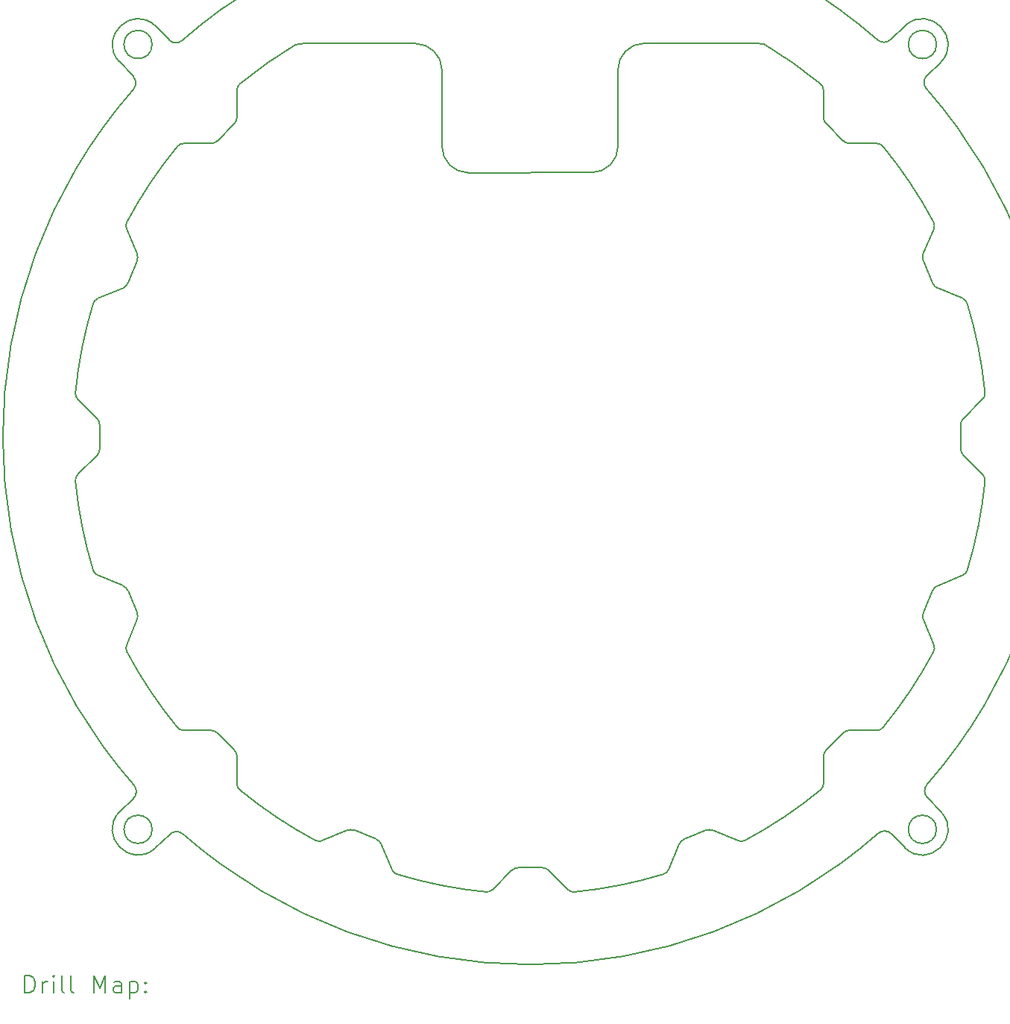
<source format=gbr>
%TF.GenerationSoftware,KiCad,Pcbnew,7.0.9*%
%TF.CreationDate,2024-06-22T14:18:42+09:00*%
%TF.ProjectId,Center_Line,43656e74-6572-45f4-9c69-6e652e6b6963,rev?*%
%TF.SameCoordinates,PX914aa10PY60e6338*%
%TF.FileFunction,Drillmap*%
%TF.FilePolarity,Positive*%
%FSLAX45Y45*%
G04 Gerber Fmt 4.5, Leading zero omitted, Abs format (unit mm)*
G04 Created by KiCad (PCBNEW 7.0.9) date 2024-06-22 14:18:42*
%MOMM*%
%LPD*%
G01*
G04 APERTURE LIST*
%ADD10C,0.200000*%
G04 APERTURE END LIST*
D10*
X4615702Y-4456314D02*
G75*
G03*
X4615702Y-4456314I-160000J0D01*
G01*
X4615702Y4453231D02*
G75*
G03*
X4615702Y4453231I-160000J0D01*
G01*
X-4293844Y-4456314D02*
G75*
G03*
X-4293844Y-4456314I-160000J0D01*
G01*
X-4293844Y4453231D02*
G75*
G03*
X-4293844Y4453231I-160000J0D01*
G01*
X3332008Y3936267D02*
G75*
G03*
X3299204Y4005637I-90000J-119D01*
G01*
X3332426Y3618865D02*
X3332008Y3936267D01*
X3332426Y3618865D02*
G75*
G03*
X3364226Y3550665I109582J9582D01*
G01*
X3553135Y3361756D02*
X3364226Y3550665D01*
X3553135Y3361756D02*
G75*
G03*
X3630917Y3329538I77781J77781D01*
G01*
X3938619Y3329538D02*
X3630917Y3329538D01*
X4008107Y3296734D02*
G75*
G03*
X3938619Y3329538I-69489J-57196D01*
G01*
X4581618Y2438414D02*
G75*
G03*
X4008107Y3296734I-4580690J-2439955D01*
G01*
X4585379Y2361770D02*
G75*
G03*
X4581619Y2438414I-83195J34332D01*
G01*
X4464301Y2068369D02*
X4585379Y2361770D01*
X4464301Y2068369D02*
G75*
G03*
X4467581Y1993191I104907J-33083D01*
G01*
X4569818Y1746370D02*
X4467581Y1993191D01*
X4569818Y1746370D02*
G75*
G03*
X4629350Y1686838I101627J42095D01*
G01*
X4913629Y1569086D02*
X4629350Y1686838D01*
X4965274Y1512186D02*
G75*
G03*
X4913629Y1569086I-86086J-26249D01*
G01*
X5166665Y499729D02*
G75*
G03*
X4965274Y1512186I-5165728J-501269D01*
G01*
X5140809Y427481D02*
G75*
G03*
X5166665Y499729I-63723J63556D01*
G01*
X4916667Y202748D02*
X5140809Y427481D01*
X4916667Y202748D02*
G75*
G03*
X4890929Y132037I84261J-70711D01*
G01*
X4890929Y-135120D02*
X4890929Y132037D01*
X4890929Y-135120D02*
G75*
G03*
X4923147Y-212902I110000J0D01*
G01*
X5140725Y-430480D02*
X4923147Y-212902D01*
X5166665Y-502812D02*
G75*
G03*
X5140725Y-430480I-89579J8693D01*
G01*
X4965274Y-1515269D02*
G75*
G03*
X5166665Y-502812I-4964338J1513726D01*
G01*
X4913739Y-1572123D02*
G75*
G03*
X4965274Y-1515269I-34552J83104D01*
G01*
X4620657Y-1693974D02*
X4913739Y-1572124D01*
X4620657Y-1693974D02*
G75*
G03*
X4569818Y-1749453I50787J-97573D01*
G01*
X4467581Y-1996274D02*
X4569818Y-1749453D01*
X4467582Y-1996274D02*
G75*
G03*
X4467582Y-2080464I101626J-42095D01*
G01*
X4585334Y-2364744D02*
X4467581Y-2080464D01*
X4581619Y-2441497D02*
G75*
G03*
X4585334Y-2364744I-79434J42311D01*
G01*
X4008107Y-3299817D02*
G75*
G03*
X4581619Y-2441497I-4007179J3298275D01*
G01*
X3938737Y-3332621D02*
G75*
G03*
X4008107Y-3299816I-119J90000D01*
G01*
X3621335Y-3333039D02*
X3938737Y-3332621D01*
X3621335Y-3333039D02*
G75*
G03*
X3553135Y-3364839I9582J-109582D01*
G01*
X3364226Y-3553748D02*
X3553135Y-3364839D01*
X3364226Y-3553748D02*
G75*
G03*
X3332008Y-3631530I77781J-77781D01*
G01*
X3332008Y-3939232D02*
X3332008Y-3631530D01*
X3299204Y-4008720D02*
G75*
G03*
X3332008Y-3939232I-57196J69489D01*
G01*
X2440884Y-4582231D02*
G75*
G03*
X3299204Y-4008720I-2439955J4580690D01*
G01*
X2364241Y-4585992D02*
G75*
G03*
X2440884Y-4582231I34332J83195D01*
G01*
X2070839Y-4464914D02*
X2364241Y-4585992D01*
X2070839Y-4464914D02*
G75*
G03*
X1995661Y-4468194I-33083J-104907D01*
G01*
X1748840Y-4570431D02*
X1995661Y-4468194D01*
X1748840Y-4570431D02*
G75*
G03*
X1689309Y-4629962I42095J-101627D01*
G01*
X1571556Y-4914242D02*
X1689309Y-4629962D01*
X1514657Y-4965887D02*
G75*
G03*
X1571556Y-4914242I-26249J86086D01*
G01*
X502199Y-5167277D02*
G75*
G03*
X1514657Y-4965887I-501269J5165728D01*
G01*
X429951Y-5141422D02*
G75*
G03*
X502199Y-5167277I63556J63723D01*
G01*
X205218Y-4917280D02*
X429951Y-5141422D01*
X205218Y-4917280D02*
G75*
G03*
X134507Y-4891542I-70711J-84261D01*
G01*
X-132650Y-4891542D02*
X134507Y-4891542D01*
X-132650Y-4891542D02*
G75*
G03*
X-210432Y-4923760I0J-110000D01*
G01*
X-428010Y-5141338D02*
X-210432Y-4923760D01*
X-500342Y-5167280D02*
G75*
G03*
X-428010Y-5141338I8691J89578D01*
G01*
X-1512799Y-4965887D02*
G75*
G03*
X-500342Y-5167277I1513726J4964338D01*
G01*
X-1569653Y-4914351D02*
G75*
G03*
X-1512799Y-4965887I83102J34550D01*
G01*
X-1691504Y-4621270D02*
X-1569653Y-4914351D01*
X-1691504Y-4621270D02*
G75*
G03*
X-1746983Y-4570431I-97577J-50792D01*
G01*
X-1993804Y-4468194D02*
X-1746983Y-4570431D01*
X-1993804Y-4468194D02*
G75*
G03*
X-2077994Y-4468194I-42095J-101626D01*
G01*
X-2362274Y-4585947D02*
X-2077994Y-4468194D01*
X-2439025Y-4582228D02*
G75*
G03*
X-2362274Y-4585947I42314J79427D01*
G01*
X-3297346Y-4008720D02*
G75*
G03*
X-2439027Y-4582231I3298276J4007179D01*
G01*
X-3330151Y-3939350D02*
G75*
G03*
X-3297346Y-4008720I90000J119D01*
G01*
X-3330569Y-3621948D02*
X-3330151Y-3939350D01*
X-3330568Y-3621948D02*
G75*
G03*
X-3362369Y-3553748I-109583J-9584D01*
G01*
X-3551278Y-3364839D02*
X-3362369Y-3553748D01*
X-3551279Y-3364840D02*
G75*
G03*
X-3629060Y-3332621I-77783J-77781D01*
G01*
X-3936761Y-3332621D02*
X-3629060Y-3332621D01*
X-4006250Y-3299816D02*
G75*
G03*
X-3936761Y-3332621I69489J57195D01*
G01*
X-4579761Y-2441497D02*
G75*
G03*
X-4006250Y-3299817I4580690J2439956D01*
G01*
X-4583525Y-2364852D02*
G75*
G03*
X-4579761Y-2441497I83194J-34329D01*
G01*
X-4462443Y-2071452D02*
X-4583522Y-2364853D01*
X-4462442Y-2071452D02*
G75*
G03*
X-4465724Y-1996274I-104909J33081D01*
G01*
X-4567961Y-1749453D02*
X-4465724Y-1996274D01*
X-4567961Y-1749453D02*
G75*
G03*
X-4627492Y-1689921I-101630J-42098D01*
G01*
X-4911772Y-1572169D02*
X-4627492Y-1689921D01*
X-4963417Y-1515269D02*
G75*
G03*
X-4911772Y-1572169I86085J26248D01*
G01*
X-5164807Y-502812D02*
G75*
G03*
X-4963417Y-1515269I5165728J501268D01*
G01*
X-5138950Y-430566D02*
G75*
G03*
X-5164807Y-502812I63718J-63556D01*
G01*
X-4914810Y-205831D02*
X-5138951Y-430564D01*
X-4914809Y-205831D02*
G75*
G03*
X-4889071Y-135120I-84262J70710D01*
G01*
X-4889071Y132037D02*
X-4889071Y-135120D01*
X-4889072Y132037D02*
G75*
G03*
X-4921290Y209819I-109999J1D01*
G01*
X-5138868Y427397D02*
X-4921290Y209819D01*
X-5164810Y499729D02*
G75*
G03*
X-5138868Y427397I89578J-8691D01*
G01*
X-4963416Y1512186D02*
G75*
G03*
X-5164807Y499729I4964335J-1513728D01*
G01*
X-4911881Y1569041D02*
G75*
G03*
X-4963417Y1512186I34550J-83102D01*
G01*
X-4618800Y1690891D02*
X-4911881Y1569041D01*
X-4618800Y1690891D02*
G75*
G03*
X-4567961Y1746370I-50792J97577D01*
G01*
X-4465724Y1993191D02*
X-4567961Y1746370D01*
X-4465726Y1993192D02*
G75*
G03*
X-4465724Y2077381I-101626J42097D01*
G01*
X-4583476Y2361661D02*
X-4465724Y2077381D01*
X-4579758Y2438412D02*
G75*
G03*
X-4583476Y2361661I79427J-42314D01*
G01*
X-4006250Y3296734D02*
G75*
G03*
X-4579761Y2438414I4007179J-3298276D01*
G01*
X-3936880Y3329538D02*
G75*
G03*
X-4006250Y3296734I119J-90000D01*
G01*
X-3619478Y3329956D02*
X-3936880Y3329538D01*
X-3619478Y3329955D02*
G75*
G03*
X-3551278Y3361756I-9584J109583D01*
G01*
X-3362369Y3550665D02*
X-3551278Y3361756D01*
X-3362370Y3550666D02*
G75*
G03*
X-3330151Y3628447I-77781J77783D01*
G01*
X-3330151Y3936149D02*
X-3330151Y3628447D01*
X-3297346Y4005637D02*
G75*
G03*
X-3330151Y3936149I57195J-69489D01*
G01*
X-2665660Y4451031D02*
G75*
G03*
X-3297346Y4005637I2666596J-4452582D01*
G01*
X-2580643Y4463404D02*
G75*
G03*
X-2665660Y4451031I252J-300005D01*
G01*
X-1302742Y4464453D02*
X-2580643Y4463403D01*
X-1002497Y4164700D02*
G75*
G03*
X-1302742Y4464453I-300000J-246D01*
G01*
X-1001783Y3297635D02*
X-1002496Y4164700D01*
X-1001783Y3297635D02*
G75*
G03*
X-701537Y2997882I300000J247D01*
G01*
X698463Y2999033D02*
X-701537Y2997882D01*
X698463Y2999033D02*
G75*
G03*
X998216Y3299279I-247J300000D01*
G01*
X997503Y4166343D02*
X998216Y3299279D01*
X1297257Y4466590D02*
G75*
G03*
X997503Y4166343I247J-300000D01*
G01*
X2575157Y4467640D02*
X1297257Y4466590D01*
X2660195Y4455409D02*
G75*
G03*
X2575157Y4467640I-84791J-287764D01*
G01*
X3299204Y4005637D02*
G75*
G03*
X2660195Y4455409I-3298272J-4007173D01*
G01*
X4508589Y4102963D02*
X4663148Y4250584D01*
X4508589Y4102963D02*
G75*
G03*
X4501909Y3950835I75976J-79547D01*
G01*
X4508495Y-3946405D02*
G75*
G03*
X4501909Y3950835I-4507566J3944864D01*
G01*
X4508495Y-3946405D02*
G75*
G03*
X4511610Y-4094704I82777J-72443D01*
G01*
X4671956Y-4263095D02*
X4511610Y-4094704D01*
X4253054Y-4663760D02*
G75*
G03*
X4671956Y-4263095I202648J207446D01*
G01*
X4105433Y-4509201D02*
X4253054Y-4663760D01*
X4105433Y-4509201D02*
G75*
G03*
X3953305Y-4502522I-79547J-75976D01*
G01*
X-3943935Y-4509107D02*
G75*
G03*
X3953305Y-4502522I3944864J4507566D01*
G01*
X-3943938Y-4509111D02*
G75*
G03*
X-4092234Y-4512223I-72444J-82771D01*
G01*
X-4260624Y-4672569D02*
X-4092234Y-4512223D01*
X-4661290Y-4253667D02*
G75*
G03*
X-4260624Y-4672569I207446J-202648D01*
G01*
X-4506731Y-4106046D02*
X-4661290Y-4253667D01*
X-4506729Y-4106048D02*
G75*
G03*
X-4500052Y-3953918I-75983J79547D01*
G01*
X-4506637Y3943322D02*
G75*
G03*
X-4500051Y-3953918I4507566J-3944863D01*
G01*
X-4506638Y3943322D02*
G75*
G03*
X-4509753Y4091621I-82777J72443D01*
G01*
X-4670099Y4260012D02*
X-4509753Y4091621D01*
X-4251196Y4660677D02*
G75*
G03*
X-4670099Y4260012I-202645J-207449D01*
G01*
X-4103575Y4506118D02*
X-4251196Y4660677D01*
X-4103578Y4506116D02*
G75*
G03*
X-3951448Y4499439I79547J75983D01*
G01*
X3945792Y4506025D02*
G75*
G03*
X-3951448Y4499439I-3944864J-4507566D01*
G01*
X3945792Y4506025D02*
G75*
G03*
X4094091Y4509140I72443J82777D01*
G01*
X4262482Y4669486D02*
X4094091Y4509140D01*
X4663148Y4250584D02*
G75*
G03*
X4262482Y4669486I-207446J202648D01*
G01*
X-5738294Y-6313025D02*
X-5738294Y-6113025D01*
X-5738294Y-6113025D02*
X-5690675Y-6113025D01*
X-5690675Y-6113025D02*
X-5662104Y-6122549D01*
X-5662104Y-6122549D02*
X-5643056Y-6141597D01*
X-5643056Y-6141597D02*
X-5633533Y-6160644D01*
X-5633533Y-6160644D02*
X-5624009Y-6198739D01*
X-5624009Y-6198739D02*
X-5624009Y-6227311D01*
X-5624009Y-6227311D02*
X-5633533Y-6265406D01*
X-5633533Y-6265406D02*
X-5643056Y-6284454D01*
X-5643056Y-6284454D02*
X-5662104Y-6303501D01*
X-5662104Y-6303501D02*
X-5690675Y-6313025D01*
X-5690675Y-6313025D02*
X-5738294Y-6313025D01*
X-5538295Y-6313025D02*
X-5538295Y-6179692D01*
X-5538295Y-6217787D02*
X-5528771Y-6198739D01*
X-5528771Y-6198739D02*
X-5519247Y-6189216D01*
X-5519247Y-6189216D02*
X-5500199Y-6179692D01*
X-5500199Y-6179692D02*
X-5481152Y-6179692D01*
X-5414485Y-6313025D02*
X-5414485Y-6179692D01*
X-5414485Y-6113025D02*
X-5424009Y-6122549D01*
X-5424009Y-6122549D02*
X-5414485Y-6132073D01*
X-5414485Y-6132073D02*
X-5404961Y-6122549D01*
X-5404961Y-6122549D02*
X-5414485Y-6113025D01*
X-5414485Y-6113025D02*
X-5414485Y-6132073D01*
X-5290676Y-6313025D02*
X-5309723Y-6303501D01*
X-5309723Y-6303501D02*
X-5319247Y-6284454D01*
X-5319247Y-6284454D02*
X-5319247Y-6113025D01*
X-5185914Y-6313025D02*
X-5204961Y-6303501D01*
X-5204961Y-6303501D02*
X-5214485Y-6284454D01*
X-5214485Y-6284454D02*
X-5214485Y-6113025D01*
X-4957342Y-6313025D02*
X-4957342Y-6113025D01*
X-4957342Y-6113025D02*
X-4890675Y-6255882D01*
X-4890675Y-6255882D02*
X-4824009Y-6113025D01*
X-4824009Y-6113025D02*
X-4824009Y-6313025D01*
X-4643056Y-6313025D02*
X-4643056Y-6208263D01*
X-4643056Y-6208263D02*
X-4652580Y-6189216D01*
X-4652580Y-6189216D02*
X-4671628Y-6179692D01*
X-4671628Y-6179692D02*
X-4709723Y-6179692D01*
X-4709723Y-6179692D02*
X-4728771Y-6189216D01*
X-4643056Y-6303501D02*
X-4662104Y-6313025D01*
X-4662104Y-6313025D02*
X-4709723Y-6313025D01*
X-4709723Y-6313025D02*
X-4728771Y-6303501D01*
X-4728771Y-6303501D02*
X-4738295Y-6284454D01*
X-4738295Y-6284454D02*
X-4738295Y-6265406D01*
X-4738295Y-6265406D02*
X-4728771Y-6246359D01*
X-4728771Y-6246359D02*
X-4709723Y-6236835D01*
X-4709723Y-6236835D02*
X-4662104Y-6236835D01*
X-4662104Y-6236835D02*
X-4643056Y-6227311D01*
X-4547818Y-6179692D02*
X-4547818Y-6379692D01*
X-4547818Y-6189216D02*
X-4528771Y-6179692D01*
X-4528771Y-6179692D02*
X-4490675Y-6179692D01*
X-4490675Y-6179692D02*
X-4471628Y-6189216D01*
X-4471628Y-6189216D02*
X-4462104Y-6198739D01*
X-4462104Y-6198739D02*
X-4452580Y-6217787D01*
X-4452580Y-6217787D02*
X-4452580Y-6274930D01*
X-4452580Y-6274930D02*
X-4462104Y-6293978D01*
X-4462104Y-6293978D02*
X-4471628Y-6303501D01*
X-4471628Y-6303501D02*
X-4490675Y-6313025D01*
X-4490675Y-6313025D02*
X-4528771Y-6313025D01*
X-4528771Y-6313025D02*
X-4547818Y-6303501D01*
X-4366866Y-6293978D02*
X-4357342Y-6303501D01*
X-4357342Y-6303501D02*
X-4366866Y-6313025D01*
X-4366866Y-6313025D02*
X-4376390Y-6303501D01*
X-4376390Y-6303501D02*
X-4366866Y-6293978D01*
X-4366866Y-6293978D02*
X-4366866Y-6313025D01*
X-4366866Y-6189216D02*
X-4357342Y-6198739D01*
X-4357342Y-6198739D02*
X-4366866Y-6208263D01*
X-4366866Y-6208263D02*
X-4376390Y-6198739D01*
X-4376390Y-6198739D02*
X-4366866Y-6189216D01*
X-4366866Y-6189216D02*
X-4366866Y-6208263D01*
M02*

</source>
